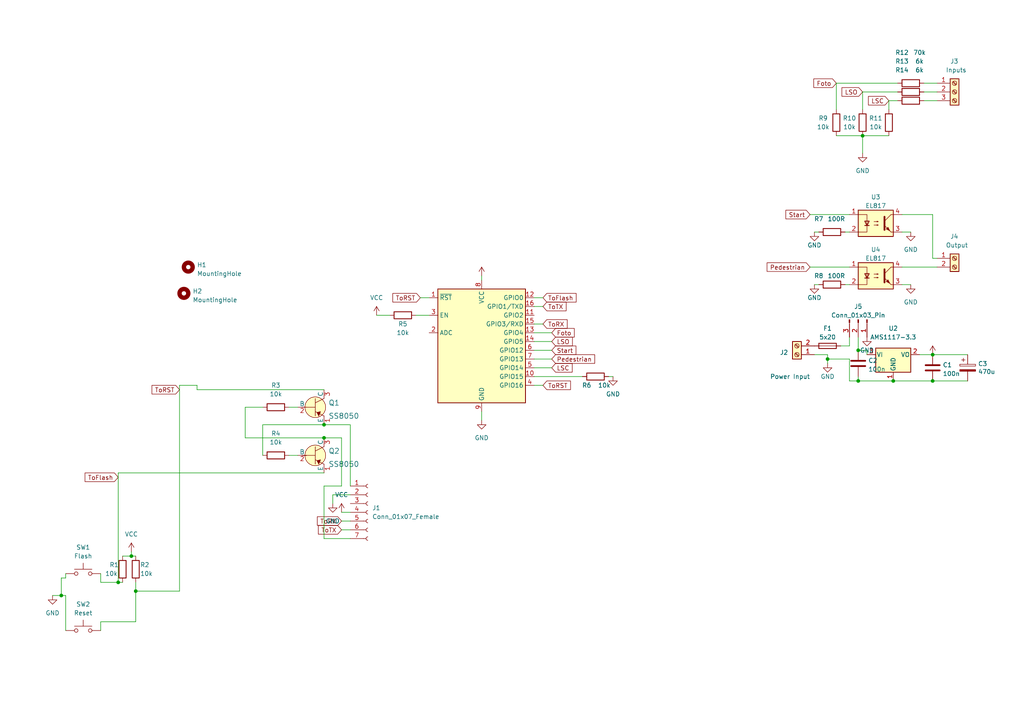
<source format=kicad_sch>
(kicad_sch (version 20230121) (generator eeschema)
  (paper "A4")
  (lib_symbols
    (symbol "Connector:Conn_01x03_Pin" (pin_names (offset 1.016) hide)
      (property "Reference" "J" (at 0 5.08 0))
      (property "Value" "Conn_01x03_Pin" (at 0 -5.08 0))
      (symbol "Conn_01x03_Pin_1_1"
        (polyline (pts (xy 1.27 -2.54) (xy 0.8636 -2.54)) (stroke (width 0.1524)))
        (polyline (pts (xy 1.27 0) (xy 0.8636 0)) (stroke (width 0.1524)))
        (polyline (pts (xy 1.27 2.54) (xy 0.8636 2.54)) (stroke (width 0.1524)))
        (rectangle (start 0.8636 -2.413) (end 0 -2.667) (stroke (width 0.1524)) (fill (type outline)))
        (rectangle (start 0.8636 0.127) (end 0 -0.127) (stroke (width 0.1524)) (fill (type outline)))
        (rectangle (start 0.8636 2.667) (end 0 2.413) (stroke (width 0.1524)) (fill (type outline)))
        (pin passive line (at 5.08 2.54 180) (length 3.81) (name "Pin_1") (number "1"))
        (pin passive line (at 5.08 0 180) (length 3.81) (name "Pin_2") (number "2"))
        (pin passive line (at 5.08 -2.54 180) (length 3.81) (name "Pin_3") (number "3"))
      )
    )
    (symbol "Connector:Conn_01x07_Female" (pin_names (offset 1.016) hide)
      (property "Reference" "J" (at 0 10.16 0))
      (property "Value" "Conn_01x07_Female" (at 0 -10.16 0))
      (symbol "Conn_01x07_Female_1_1"
        (arc (start 0 -7.112) (mid -0.5058 -7.62) (end 0 -8.128) (stroke (width 0.1524)))
        (arc (start 0 -4.572) (mid -0.5058 -5.08) (end 0 -5.588) (stroke (width 0.1524)))
        (arc (start 0 -2.032) (mid -0.5058 -2.54) (end 0 -3.048) (stroke (width 0.1524)))
        (polyline (pts (xy -1.27 -7.62) (xy -0.508 -7.62)) (stroke (width 0.1524)))
        (polyline (pts (xy -1.27 -5.08) (xy -0.508 -5.08)) (stroke (width 0.1524)))
        (polyline (pts (xy -1.27 -2.54) (xy -0.508 -2.54)) (stroke (width 0.1524)))
        (polyline (pts (xy -1.27 0) (xy -0.508 0)) (stroke (width 0.1524)))
        (polyline (pts (xy -1.27 2.54) (xy -0.508 2.54)) (stroke (width 0.1524)))
        (polyline (pts (xy -1.27 5.08) (xy -0.508 5.08)) (stroke (width 0.1524)))
        (polyline (pts (xy -1.27 7.62) (xy -0.508 7.62)) (stroke (width 0.1524)))
        (arc (start 0 0.508) (mid -0.5058 0) (end 0 -0.508) (stroke (width 0.1524)))
        (arc (start 0 3.048) (mid -0.5058 2.54) (end 0 2.032) (stroke (width 0.1524)))
        (arc (start 0 5.588) (mid -0.5058 5.08) (end 0 4.572) (stroke (width 0.1524)))
        (arc (start 0 8.128) (mid -0.5058 7.62) (end 0 7.112) (stroke (width 0.1524)))
        (pin passive line (at -5.08 7.62 0) (length 3.81) (name "Pin_1") (number "1"))
        (pin passive line (at -5.08 5.08 0) (length 3.81) (name "Pin_2") (number "2"))
        (pin passive line (at -5.08 2.54 0) (length 3.81) (name "Pin_3") (number "3"))
        (pin passive line (at -5.08 0 0) (length 3.81) (name "Pin_4") (number "4"))
        (pin passive line (at -5.08 -2.54 0) (length 3.81) (name "Pin_5") (number "5"))
        (pin passive line (at -5.08 -5.08 0) (length 3.81) (name "Pin_6") (number "6"))
        (pin passive line (at -5.08 -7.62 0) (length 3.81) (name "Pin_7") (number "7"))
      )
    )
    (symbol "Connector:Screw_Terminal_01x02" (pin_names (offset 1.016) hide)
      (property "Reference" "J" (at 0 2.54 0))
      (property "Value" "Screw_Terminal_01x02" (at 0 -5.08 0))
      (symbol "Screw_Terminal_01x02_1_1"
        (rectangle (start -1.27 1.27) (end 1.27 -3.81) (stroke (width 0.254)) (fill (type background)))
        (circle (center 0 -2.54) (radius 0.635) (stroke (width 0.1524)))
        (polyline (pts (xy -0.5334 -2.2098) (xy 0.3302 -3.048)) (stroke (width 0.1524)))
        (polyline (pts (xy -0.5334 0.3302) (xy 0.3302 -0.508)) (stroke (width 0.1524)))
        (polyline (pts (xy -0.3556 -2.032) (xy 0.508 -2.8702)) (stroke (width 0.1524)))
        (polyline (pts (xy -0.3556 0.508) (xy 0.508 -0.3302)) (stroke (width 0.1524)))
        (circle (center 0 0) (radius 0.635) (stroke (width 0.1524)))
        (pin passive line (at -5.08 0 0) (length 3.81) (name "Pin_1") (number "1"))
        (pin passive line (at -5.08 -2.54 0) (length 3.81) (name "Pin_2") (number "2"))
      )
    )
    (symbol "Connector:Screw_Terminal_01x03" (pin_names (offset 1.016) hide)
      (property "Reference" "J" (at 0 5.08 0))
      (property "Value" "Screw_Terminal_01x03" (at 0 -5.08 0))
      (symbol "Screw_Terminal_01x03_1_1"
        (rectangle (start -1.27 3.81) (end 1.27 -3.81) (stroke (width 0.254)) (fill (type background)))
        (circle (center 0 -2.54) (radius 0.635) (stroke (width 0.1524)))
        (polyline (pts (xy -0.5334 -2.2098) (xy 0.3302 -3.048)) (stroke (width 0.1524)))
        (polyline (pts (xy -0.5334 0.3302) (xy 0.3302 -0.508)) (stroke (width 0.1524)))
        (polyline (pts (xy -0.5334 2.8702) (xy 0.3302 2.032)) (stroke (width 0.1524)))
        (polyline (pts (xy -0.3556 -2.032) (xy 0.508 -2.8702)) (stroke (width 0.1524)))
        (polyline (pts (xy -0.3556 0.508) (xy 0.508 -0.3302)) (stroke (width 0.1524)))
        (polyline (pts (xy -0.3556 3.048) (xy 0.508 2.2098)) (stroke (width 0.1524)))
        (circle (center 0 0) (radius 0.635) (stroke (width 0.1524)))
        (circle (center 0 2.54) (radius 0.635) (stroke (width 0.1524)))
        (pin passive line (at -5.08 2.54 0) (length 3.81) (name "Pin_1") (number "1"))
        (pin passive line (at -5.08 0 0) (length 3.81) (name "Pin_2") (number "2"))
        (pin passive line (at -5.08 -2.54 0) (length 3.81) (name "Pin_3") (number "3"))
      )
    )
    (symbol "Device:C" (pin_numbers hide) (pin_names (offset 0.254))
      (property "Reference" "C" (at 0.635 2.54 0))
      (property "Value" "C" (at 0.635 -2.54 0))
      (symbol "C_0_1"
        (polyline (pts (xy -2.032 -0.762) (xy 2.032 -0.762)) (stroke (width 0.508)))
        (polyline (pts (xy -2.032 0.762) (xy 2.032 0.762)) (stroke (width 0.508)))
      )
      (symbol "C_1_1"
        (pin passive line (at 0 3.81 270) (length 2.794) (name "~") (number "1"))
        (pin passive line (at 0 -3.81 90) (length 2.794) (name "~") (number "2"))
      )
    )
    (symbol "Device:Fuse" (pin_numbers hide) (pin_names (offset 0))
      (property "Reference" "F" (at 2.032 0 90))
      (property "Value" "Fuse" (at -1.905 0 90))
      (symbol "Fuse_0_1"
        (rectangle (start -0.762 -2.54) (end 0.762 2.54) (stroke (width 0.254)))
        (polyline (pts (xy 0 2.54) (xy 0 -2.54)))
      )
      (symbol "Fuse_1_1"
        (pin passive line (at 0 3.81 270) (length 1.27) (name "~") (number "1"))
        (pin passive line (at 0 -3.81 90) (length 1.27) (name "~") (number "2"))
      )
    )
    (symbol "Device:R" (pin_numbers hide) (pin_names (offset 0))
      (property "Reference" "R" (at 2.032 0 90))
      (property "Value" "R" (at 0 0 90))
      (symbol "R_0_1"
        (rectangle (start -1.016 -2.54) (end 1.016 2.54) (stroke (width 0.254)))
      )
      (symbol "R_1_1"
        (pin passive line (at 0 3.81 270) (length 1.27) (name "~") (number "1"))
        (pin passive line (at 0 -3.81 90) (length 1.27) (name "~") (number "2"))
      )
    )
    (symbol "Isolator:EL817" (pin_names (offset 1.016))
      (property "Reference" "U" (at -5.08 5.08 0))
      (property "Value" "EL817" (at 0 5.08 0))
      (symbol "EL817_0_1"
        (rectangle (start -5.08 3.81) (end 5.08 -3.81) (stroke (width 0.254)) (fill (type background)))
        (polyline (pts (xy -3.175 -0.635) (xy -1.905 -0.635)) (stroke (width 0.254)))
        (polyline (pts (xy 2.54 0.635) (xy 4.445 2.54)))
        (polyline (pts (xy 4.445 -2.54) (xy 2.54 -0.635)) (fill (type outline)))
        (polyline (pts (xy 4.445 -2.54) (xy 5.08 -2.54)))
        (polyline (pts (xy 4.445 2.54) (xy 5.08 2.54)))
        (polyline (pts (xy -5.08 2.54) (xy -2.54 2.54) (xy -2.54 -0.635)))
        (polyline (pts (xy -2.54 -0.635) (xy -2.54 -2.54) (xy -5.08 -2.54)))
        (polyline (pts (xy 2.54 1.905) (xy 2.54 -1.905) (xy 2.54 -1.905)) (stroke (width 0.508)))
        (polyline (pts (xy -2.54 -0.635) (xy -3.175 0.635) (xy -1.905 0.635) (xy -2.54 -0.635)) (stroke (width 0.254)))
        (polyline (pts (xy -0.508 -0.508) (xy 0.762 -0.508) (xy 0.381 -0.635) (xy 0.381 -0.381) (xy 0.762 -0.508)))
        (polyline (pts (xy -0.508 0.508) (xy 0.762 0.508) (xy 0.381 0.381) (xy 0.381 0.635) (xy 0.762 0.508)))
        (polyline (pts (xy 3.048 -1.651) (xy 3.556 -1.143) (xy 4.064 -2.159) (xy 3.048 -1.651) (xy 3.048 -1.651)) (fill (type outline)))
      )
      (symbol "EL817_1_1"
        (pin passive line (at -7.62 2.54 0) (length 2.54) (name "~") (number "1"))
        (pin passive line (at -7.62 -2.54 0) (length 2.54) (name "~") (number "2"))
        (pin passive line (at 7.62 -2.54 180) (length 2.54) (name "~") (number "3"))
        (pin passive line (at 7.62 2.54 180) (length 2.54) (name "~") (number "4"))
      )
    )
    (symbol "Mechanical:MountingHole" (pin_names (offset 1.016))
      (property "Reference" "H" (at 0 5.08 0))
      (property "Value" "MountingHole" (at 0 3.175 0))
      (symbol "MountingHole_0_1"
        (circle (center 0 0) (radius 1.27) (stroke (width 1.27)))
      )
    )
    (symbol "RF_Module:ESP-07"
      (property "Reference" "U" (at -12.7 19.05 0))
      (property "Value" "ESP-07" (at 12.7 19.05 0))
      (symbol "ESP-07_0_1"
        (rectangle (start -12.7 17.78) (end 12.7 -15.24) (stroke (width 0.254)) (fill (type background)))
      )
      (symbol "ESP-07_1_1"
        (pin input line (at -15.24 15.24 0) (length 2.54) (name "~{RST}") (number "1"))
        (pin bidirectional line (at 15.24 -7.62 180) (length 2.54) (name "GPIO15") (number "10"))
        (pin bidirectional line (at 15.24 10.16 180) (length 2.54) (name "GPIO2") (number "11"))
        (pin bidirectional line (at 15.24 15.24 180) (length 2.54) (name "GPIO0") (number "12"))
        (pin bidirectional line (at 15.24 5.08 180) (length 2.54) (name "GPIO4") (number "13"))
        (pin bidirectional line (at 15.24 2.54 180) (length 2.54) (name "GPIO5") (number "14"))
        (pin bidirectional line (at 15.24 7.62 180) (length 2.54) (name "GPIO3/RXD") (number "15"))
        (pin bidirectional line (at 15.24 12.7 180) (length 2.54) (name "GPIO1/TXD") (number "16"))
        (pin input line (at -15.24 5.08 0) (length 2.54) (name "ADC") (number "2"))
        (pin input line (at -15.24 10.16 0) (length 2.54) (name "EN") (number "3"))
        (pin bidirectional line (at 15.24 -10.16 180) (length 2.54) (name "GPIO16") (number "4"))
        (pin bidirectional line (at 15.24 -5.08 180) (length 2.54) (name "GPIO14") (number "5"))
        (pin bidirectional line (at 15.24 0 180) (length 2.54) (name "GPIO12") (number "6"))
        (pin bidirectional line (at 15.24 -2.54 180) (length 2.54) (name "GPIO13") (number "7"))
        (pin power_in line (at 0 20.32 270) (length 2.54) (name "VCC") (number "8"))
        (pin power_in line (at 0 -17.78 90) (length 2.54) (name "GND") (number "9"))
      )
    )
    (symbol "Regulator_Linear:AMS1117-3.3" (pin_names (offset 0.254))
      (property "Reference" "U" (at -3.81 3.175 0))
      (property "Value" "AMS1117-3.3" (at 0 3.175 0))
      (symbol "AMS1117-3.3_0_1"
        (rectangle (start -5.08 -5.08) (end 5.08 1.905) (stroke (width 0.254)) (fill (type background)))
      )
      (symbol "AMS1117-3.3_1_1"
        (pin power_in line (at 0 -7.62 90) (length 2.54) (name "GND") (number "1"))
        (pin power_out line (at 7.62 0 180) (length 2.54) (name "VO") (number "2"))
        (pin power_in line (at -7.62 0 0) (length 2.54) (name "VI") (number "3"))
      )
    )
    (symbol "Switch:SW_Push" (pin_numbers hide) (pin_names (offset 1.016) hide)
      (property "Reference" "SW" (at 1.27 2.54 0))
      (property "Value" "SW_Push" (at 0 -1.524 0))
      (symbol "SW_Push_0_1"
        (circle (center -2.032 0) (radius 0.508))
        (polyline (pts (xy 0 1.27) (xy 0 3.048)))
        (polyline (pts (xy 2.54 1.27) (xy -2.54 1.27)))
        (circle (center 2.032 0) (radius 0.508))
        (pin passive line (at -5.08 0 0) (length 2.54) (name "1") (number "1"))
        (pin passive line (at 5.08 0 180) (length 2.54) (name "2") (number "2"))
      )
    )
    (symbol "display_board-rescue:CP-Device" (pin_numbers hide) (pin_names (offset 0.254))
      (property "Reference" "C" (at 0.635 2.54 0))
      (property "Value" "CP-Device" (at 0.635 -2.54 0))
      (symbol "CP-Device_0_1"
        (rectangle (start -2.286 0.508) (end 2.286 1.016))
        (polyline (pts (xy -1.778 2.286) (xy -0.762 2.286)))
        (polyline (pts (xy -1.27 2.794) (xy -1.27 1.778)))
        (rectangle (start 2.286 -0.508) (end -2.286 -1.016) (fill (type outline)))
      )
      (symbol "CP-Device_1_1"
        (pin passive line (at 0 3.81 270) (length 2.794) (name "~") (number "1"))
        (pin passive line (at 0 -3.81 90) (length 2.794) (name "~") (number "2"))
      )
    )
    (symbol "dk_Transistors-Bipolar-BJT-Single:2N2222" (pin_names (offset 0))
      (property "Reference" "Q" (at -2.3876 3.9116 0))
      (property "Value" "2N2222" (at 5.08 0 90))
      (symbol "2N2222_0_1"
        (polyline (pts (xy -3.81 0) (xy -2.54 0)))
        (polyline (pts (xy -3.556 0) (xy 0 0)))
        (polyline (pts (xy 0 -1.27) (xy 2.54 -2.54)))
        (polyline (pts (xy 0 1.27) (xy 2.54 2.54)))
        (polyline (pts (xy 0 2.54) (xy 0 -2.54)))
        (polyline (pts (xy 1.016 2.54) (xy 0.508 1.524) (xy 1.524 1.27) (xy 1.016 2.54)) (fill (type outline)))
        (circle (center 0 0) (radius 2.9972) (fill (type background)))
      )
      (symbol "2N2222_1_1"
        (pin passive line (at 2.54 5.08 270) (length 2.54) (name "E") (number "1"))
        (pin input line (at -5.08 0 0) (length 2.54) (name "B") (number "2"))
        (pin passive line (at 2.54 -5.08 90) (length 2.54) (name "C") (number "3"))
      )
    )
    (symbol "power:GND" (power) (pin_names (offset 0))
      (property "Value" "GND" (at 0 -3.81 0))
      (symbol "GND_0_1"
        (polyline (pts (xy 0 0) (xy 0 -1.27) (xy 1.27 -1.27) (xy 0 -2.54) (xy -1.27 -1.27) (xy 0 -1.27)))
      )
      (symbol "GND_1_1"
        (pin power_in line (at 0 0 270) (length 0) hide (name "GND") (number "1"))
      )
    )
    (symbol "power:VCC" (power) (pin_names (offset 0))
      (property "Value" "VCC" (at 0 3.81 0))
      (symbol "VCC_0_1"
        (polyline (pts (xy -0.762 1.27) (xy 0 2.54)))
        (polyline (pts (xy 0 0) (xy 0 2.54)))
        (polyline (pts (xy 0 2.54) (xy 0.762 1.27)))
      )
      (symbol "VCC_1_1"
        (pin power_in line (at 0 0 90) (length 0) hide (name "VCC") (number "1"))
      )
    )
  )
  (junction (at 248.92 101.6))
  (junction (at 259.08 110.49))
  (junction (at 270.51 110.49))
  (junction (at 17.78 172.72))
  (junction (at 93.98 123.19))
  (junction (at 38.1 161.29))
  (junction (at 34.29 168.91))
  (junction (at 39.37 171.45))
  (junction (at 240.03 104.14))
  (junction (at 270.51 102.87))
  (junction (at 248.92 110.49))
  (junction (at 250.19 39.37))
  (junction (at 93.98 127))
  (wire (pts (xy 246.38 110.49) (xy 246.38 104.14)))
  (wire (pts (xy 240.03 105.41) (xy 240.03 104.14)))
  (wire (pts (xy 76.2 118.11) (xy 71.12 118.11)))
  (wire (pts (xy 101.6 123.19) (xy 101.6 140.97)))
  (wire (pts (xy 270.51 102.87) (xy 280.67 102.87)))
  (wire (pts (xy 52.07 111.76) (xy 52.07 171.45)))
  (wire (pts (xy 251.46 101.6) (xy 251.46 102.87)))
  (wire (pts (xy 99.06 140.97) (xy 93.98 140.97)))
  (wire (pts (xy 154.94 101.6) (xy 160.02 101.6)))
  (wire (pts (xy 139.7 119.38) (xy 139.7 121.92)))
  (wire (pts (xy 246.38 100.33) (xy 246.38 97.79)))
  (wire (pts (xy 234.95 62.23) (xy 246.38 62.23)))
  (wire (pts (xy 250.19 39.37) (xy 250.19 44.45)))
  (wire (pts (xy 154.94 109.22) (xy 168.91 109.22)))
  (wire (pts (xy 259.08 110.49) (xy 270.51 110.49)))
  (wire (pts (xy 154.94 104.14) (xy 160.02 104.14)))
  (wire (pts (xy 267.97 26.67) (xy 271.78 26.67)))
  (wire (pts (xy 93.98 137.16) (xy 34.29 137.16)))
  (wire (pts (xy 38.1 161.29) (xy 39.37 161.29)))
  (wire (pts (xy 15.24 172.72) (xy 17.78 172.72)))
  (wire (pts (xy 250.19 39.37) (xy 257.81 39.37)))
  (wire (pts (xy 248.92 110.49) (xy 246.38 110.49)))
  (wire (pts (xy 257.81 29.21) (xy 260.35 29.21)))
  (wire (pts (xy 71.12 127) (xy 93.98 127)))
  (wire (pts (xy 154.94 88.9) (xy 157.48 88.9)))
  (wire (pts (xy 242.57 24.13) (xy 260.35 24.13)))
  (wire (pts (xy 248.92 101.6) (xy 248.92 97.79)))
  (wire (pts (xy 34.29 168.91) (xy 35.56 168.91)))
  (wire (pts (xy 121.92 86.36) (xy 124.46 86.36)))
  (wire (pts (xy 101.6 156.21) (xy 93.98 156.21)))
  (wire (pts (xy 76.2 123.19) (xy 93.98 123.19)))
  (wire (pts (xy 257.81 31.75) (xy 257.81 29.21)))
  (wire (pts (xy 261.62 77.47) (xy 271.78 77.47)))
  (wire (pts (xy 101.6 151.13) (xy 99.06 151.13)))
  (wire (pts (xy 250.19 26.67) (xy 250.19 31.75)))
  (wire (pts (xy 57.15 111.76) (xy 52.07 111.76)))
  (wire (pts (xy 261.62 62.23) (xy 270.51 62.23)))
  (wire (pts (xy 240.03 102.87) (xy 236.22 102.87)))
  (wire (pts (xy 39.37 180.34) (xy 29.21 180.34)))
  (wire (pts (xy 57.15 113.03) (xy 93.98 113.03)))
  (wire (pts (xy 154.94 106.68) (xy 160.02 106.68)))
  (wire (pts (xy 245.11 67.31) (xy 246.38 67.31)))
  (wire (pts (xy 248.92 109.22) (xy 248.92 110.49)))
  (wire (pts (xy 246.38 104.14) (xy 240.03 104.14)))
  (wire (pts (xy 154.94 111.76) (xy 157.48 111.76)))
  (wire (pts (xy 261.62 82.55) (xy 264.16 82.55)))
  (wire (pts (xy 101.6 143.51) (xy 96.52 143.51)))
  (wire (pts (xy 270.51 110.49) (xy 280.67 110.49)))
  (wire (pts (xy 19.05 166.37) (xy 19.05 167.64)))
  (wire (pts (xy 83.82 118.11) (xy 86.36 118.11)))
  (wire (pts (xy 154.94 99.06) (xy 160.02 99.06)))
  (wire (pts (xy 236.22 67.31) (xy 237.49 67.31)))
  (wire (pts (xy 93.98 123.19) (xy 101.6 123.19)))
  (wire (pts (xy 237.49 82.55) (xy 236.22 82.55)))
  (wire (pts (xy 93.98 140.97) (xy 93.98 156.21)))
  (wire (pts (xy 99.06 153.67) (xy 101.6 153.67)))
  (wire (pts (xy 109.22 91.44) (xy 113.03 91.44)))
  (wire (pts (xy 39.37 171.45) (xy 39.37 168.91)))
  (wire (pts (xy 234.95 77.47) (xy 246.38 77.47)))
  (wire (pts (xy 242.57 24.13) (xy 242.57 31.75)))
  (wire (pts (xy 71.12 118.11) (xy 71.12 127)))
  (wire (pts (xy 243.84 100.33) (xy 246.38 100.33)))
  (wire (pts (xy 29.21 166.37) (xy 29.21 168.91)))
  (wire (pts (xy 267.97 29.21) (xy 271.78 29.21)))
  (wire (pts (xy 266.7 102.87) (xy 270.51 102.87)))
  (wire (pts (xy 154.94 86.36) (xy 157.48 86.36)))
  (wire (pts (xy 35.56 161.29) (xy 38.1 161.29)))
  (wire (pts (xy 242.57 39.37) (xy 250.19 39.37)))
  (wire (pts (xy 240.03 104.14) (xy 240.03 102.87)))
  (wire (pts (xy 251.46 101.6) (xy 248.92 101.6)))
  (wire (pts (xy 154.94 96.52) (xy 160.02 96.52)))
  (wire (pts (xy 29.21 180.34) (xy 29.21 182.88)))
  (wire (pts (xy 177.8 109.22) (xy 176.53 109.22)))
  (wire (pts (xy 120.65 91.44) (xy 124.46 91.44)))
  (wire (pts (xy 270.51 62.23) (xy 270.51 74.93)))
  (wire (pts (xy 19.05 172.72) (xy 19.05 182.88)))
  (wire (pts (xy 17.78 172.72) (xy 17.78 167.64)))
  (wire (pts (xy 261.62 67.31) (xy 264.16 67.31)))
  (wire (pts (xy 57.15 111.76) (xy 57.15 113.03)))
  (wire (pts (xy 29.21 168.91) (xy 34.29 168.91)))
  (wire (pts (xy 99.06 148.59) (xy 101.6 148.59)))
  (wire (pts (xy 99.06 127) (xy 99.06 140.97)))
  (wire (pts (xy 267.97 24.13) (xy 271.78 24.13)))
  (wire (pts (xy 270.51 74.93) (xy 271.78 74.93)))
  (wire (pts (xy 250.19 26.67) (xy 260.35 26.67)))
  (wire (pts (xy 259.08 110.49) (xy 248.92 110.49)))
  (wire (pts (xy 19.05 172.72) (xy 17.78 172.72)))
  (wire (pts (xy 39.37 171.45) (xy 52.07 171.45)))
  (wire (pts (xy 154.94 93.98) (xy 157.48 93.98)))
  (wire (pts (xy 83.82 132.08) (xy 86.36 132.08)))
  (wire (pts (xy 38.1 160.02) (xy 38.1 161.29)))
  (wire (pts (xy 245.11 82.55) (xy 246.38 82.55)))
  (wire (pts (xy 139.7 80.01) (xy 139.7 81.28)))
  (wire (pts (xy 96.52 143.51) (xy 96.52 146.05)))
  (wire (pts (xy 39.37 180.34) (xy 39.37 171.45)))
  (wire (pts (xy 34.29 137.16) (xy 34.29 168.91)))
  (wire (pts (xy 93.98 127) (xy 99.06 127)))
  (wire (pts (xy 76.2 132.08) (xy 76.2 123.19)))
  (wire (pts (xy 17.78 167.64) (xy 19.05 167.64)))
  (global_label "ToRX" (shape input) (at 99.06 151.13 180) (property "Intersheetrefs" "${INTERSHEET_REFS}" (effects hide)))
  (global_label "LSC" (shape input) (at 160.02 106.68 0) (property "Intersheetrefs" "${INTERSHEET_REFS}" (effects hide)))
  (global_label "Start" (shape input) (at 160.02 101.6 0) (property "Intersheetrefs" "${INTERSHEET_REFS}" (effects hide)))
  (global_label "Pedestrian" (shape input) (at 234.95 77.47 180) (property "Intersheetrefs" "${INTERSHEET_REFS}" (effects hide)))
  (global_label "LSC" (shape input) (at 257.81 29.21 180) (property "Intersheetrefs" "${INTERSHEET_REFS}" (effects hide)))
  (global_label "Foto" (shape input) (at 242.57 24.13 180) (property "Intersheetrefs" "${INTERSHEET_REFS}" (effects hide)))
  (global_label "Foto" (shape input) (at 160.02 96.52 0) (property "Intersheetrefs" "${INTERSHEET_REFS}" (effects hide)))
  (global_label "Start" (shape input) (at 234.95 62.23 180) (property "Intersheetrefs" "${INTERSHEET_REFS}" (effects hide)))
  (global_label "LSO" (shape input) (at 250.19 26.67 180) (property "Intersheetrefs" "${INTERSHEET_REFS}" (effects hide)))
  (global_label "ToRST" (shape input) (at 121.92 86.36 180) (property "Intersheetrefs" "${INTERSHEET_REFS}" (effects hide)))
  (global_label "ToTX" (shape input) (at 157.48 88.9 0) (property "Intersheetrefs" "${INTERSHEET_REFS}" (effects hide)))
  (global_label "Pedestrian" (shape input) (at 160.02 104.14 0) (property "Intersheetrefs" "${INTERSHEET_REFS}" (effects hide)))
  (global_label "ToRX" (shape input) (at 157.48 93.98 0) (property "Intersheetrefs" "${INTERSHEET_REFS}" (effects hide)))
  (global_label "ToFlash" (shape input) (at 157.48 86.36 0) (property "Intersheetrefs" "${INTERSHEET_REFS}" (effects hide)))
  (global_label "ToFlash" (shape input) (at 34.29 138.43 180) (property "Intersheetrefs" "${INTERSHEET_REFS}" (effects hide)))
  (global_label "ToTX" (shape input) (at 99.06 153.67 180) (property "Intersheetrefs" "${INTERSHEET_REFS}" (effects hide)))
  (global_label "ToRST" (shape input) (at 157.48 111.76 0) (property "Intersheetrefs" "${INTERSHEET_REFS}" (effects hide)))
  (global_label "LSO" (shape input) (at 160.02 99.06 0) (property "Intersheetrefs" "${INTERSHEET_REFS}" (effects hide)))
  (global_label "ToRST" (shape input) (at 52.07 113.03 180) (property "Intersheetrefs" "${INTERSHEET_REFS}" (effects hide)))
  (symbol (lib_id "power:VCC") (at 139.7 80.01 0) (unit 1)
    (property "Reference" "#PWR06" (effects hide))
    (property "Value" "VCC" (effects hide))
  )
  (symbol (lib_id "power:GND") (at 240.03 105.41 0) (unit 1)
    (property "Reference" "#PWR014" (effects hide))
    (property "Value" "GND" (at 240.03 109.22 0))
  )
  (symbol (lib_id "Connector:Conn_01x07_Female") (at 106.68 148.59 0) (unit 1)
    (property "Reference" "J1" (at 107.95 147.3199 0) (effects (justify left)))
    (property "Value" "Conn_01x07_Female" (at 107.95 149.8599 0) (effects (justify left)))
    (property "Footprint" "Connector_PinHeader_2.54mm:PinHeader_1x07_P2.54mm_Vertical" (effects hide))
  )
  (symbol (lib_id "Connector:Screw_Terminal_01x02") (at 276.86 74.93 0) (unit 1)
    (property "Reference" "J4" (at 275.59 68.58 0) (effects (justify left)))
    (property "Value" "Output" (at 274.32 71.12 0) (effects (justify left)))
    (property "Footprint" "TerminalBlock:TerminalBlock_Altech_AK300-2_P5.00mm" (effects hide))
  )
  (symbol (lib_id "power:VCC") (at 270.51 102.87 0) (unit 1)
    (property "Reference" "#PWR015" (effects hide))
    (property "Value" "VCC" (effects hide))
  )
  (symbol (lib_id "Device:R") (at 116.84 91.44 270) (unit 1)
    (property "Reference" "R5" (at 116.84 93.98 90))
    (property "Value" "10k" (at 116.84 96.52 90))
    (property "Footprint" "Resistor_THT:R_Axial_DIN0207_L6.3mm_D2.5mm_P10.16mm_Horizontal" (effects hide))
  )
  (symbol (lib_id "Device:R") (at 80.01 132.08 90) (unit 1)
    (property "Reference" "R4" (at 80.01 125.73 90))
    (property "Value" "10k" (at 80.01 128.27 90))
    (property "Footprint" "Resistor_THT:R_Axial_DIN0207_L6.3mm_D2.5mm_P10.16mm_Horizontal" (effects hide))
  )
  (symbol (lib_id "Device:R") (at 241.3 67.31 270) (unit 1)
    (property "Reference" "R7" (at 237.49 63.5 90))
    (property "Value" "100R" (at 242.57 63.5 90))
    (property "Footprint" "Resistor_THT:R_Axial_DIN0207_L6.3mm_D2.5mm_P10.16mm_Horizontal" (effects hide))
  )
  (symbol (lib_id "Mechanical:MountingHole") (at 53.34 85.09 0) (unit 1)
    (property "Reference" "H2" (at 55.88 84.455 0) (effects (justify left)))
    (property "Value" "MountingHole" (at 55.88 86.995 0) (effects (justify left)))
    (property "Footprint" "MountingHole:MountingHole_3mm" (effects hide))
  )
  (symbol (lib_id "dk_Transistors-Bipolar-BJT-Single:2N2222") (at 91.44 118.11 0) (mirror x) (unit 1)
    (property "Reference" "Q1" (at 95.25 116.84 0) (effects (font (size 1.524 1.524)) (justify left)))
    (property "Value" "SS8050" (at 95.25 120.65 0) (effects (font (size 1.524 1.524)) (justify left)))
    (property "Footprint" "Package_TO_SOT_THT:TO-92L_Inline_Wide" (effects hide))
    (property "Datasheet" "https://my.centralsemi.com/get_document.php?cmp=1&mergetype=pd&mergepath=pd&pdf_id=2N2221.PDF" (effects hide))
    (property "Digi-Key_PN" "2N2222CS-ND" (effects hide))
    (property "MPN" "2N2222" (effects hide))
    (property "Category" "Discrete Semiconductor Products" (effects hide))
    (property "Family" "Transistors - Bipolar (BJT) - Single" (effects hide))
    (property "DK_Datasheet_Link" "https://my.centralsemi.com/get_document.php?cmp=1&mergetype=pd&mergepath=pd&pdf_id=2N2221.PDF" (effects hide))
    (property "DK_Detail_Page" "/product-detail/en/central-semiconductor-corp/2N2222/2N2222CS-ND/4806844" (effects hide))
    (property "Description" "TRANS NPN 30V 0.8A TO-18" (effects hide))
    (property "Manufacturer" "Central Semiconductor Corp" (effects hide))
    (property "Status" "Active" (effects hide))
  )
  (symbol (lib_id "Device:R") (at 264.16 29.21 270) (unit 1)
    (property "Reference" "R14" (at 261.62 20.32 90))
    (property "Value" "6k" (at 266.7 20.32 90))
    (property "Footprint" "Resistor_THT:R_Axial_DIN0207_L6.3mm_D2.5mm_P10.16mm_Horizontal" (effects hide))
  )
  (symbol (lib_id "power:GND") (at 251.46 97.79 0) (unit 1)
    (property "Reference" "#PWR016" (effects hide))
    (property "Value" "GND" (at 251.46 101.6 0))
  )
  (symbol (lib_id "power:GND") (at 236.22 82.55 0) (unit 1)
    (property "Reference" "#PWR010" (effects hide))
    (property "Value" "GND" (at 236.22 86.36 0))
  )
  (symbol (lib_id "power:GND") (at 236.22 67.31 0) (unit 1)
    (property "Reference" "#PWR09" (effects hide))
    (property "Value" "GND" (at 236.22 71.12 0))
  )
  (symbol (lib_id "Device:C") (at 248.92 105.41 0) (unit 1)
    (property "Reference" "C2" (at 251.841 104.5753 0) (effects (justify left)))
    (property "Value" "100n" (at 251.841 107.1122 0) (effects (justify left)))
    (property "Footprint" "Capacitor_THT:C_Disc_D4.3mm_W1.9mm_P5.00mm" (effects hide))
  )
  (symbol (lib_id "RF_Module:ESP-07") (at 139.7 101.6 0) (unit 1)
    (property "Reference" "U1" (effects hide))
    (property "Value" "ESP-07" (effects hide))
    (property "Footprint" "RF_Module:ESP-07" (effects hide))
    (property "Datasheet" "http://wiki.ai-thinker.com/_media/esp8266/esp8266_series_modules_user_manual_v1.1.pdf" (effects hide))
  )
  (symbol (lib_id "display_board-rescue:CP-Device") (at 280.67 106.68 0) (unit 1)
    (property "Reference" "C3" (at 283.6672 105.5116 0) (effects (justify left)))
    (property "Value" "470u" (at 283.6672 107.823 0) (effects (justify left)))
    (property "Footprint" "Capacitor_THT:CP_Radial_D8.0mm_P3.80mm" (effects hide))
  )
  (symbol (lib_id "Device:R") (at 80.01 118.11 90) (unit 1)
    (property "Reference" "R3" (at 80.01 111.76 90))
    (property "Value" "10k" (at 80.01 114.3 90))
    (property "Footprint" "Resistor_THT:R_Axial_DIN0207_L6.3mm_D2.5mm_P10.16mm_Horizontal" (effects hide))
  )
  (symbol (lib_id "Mechanical:MountingHole") (at 54.61 77.47 0) (unit 1)
    (property "Reference" "H1" (at 57.15 76.835 0) (effects (justify left)))
    (property "Value" "MountingHole" (at 57.15 79.375 0) (effects (justify left)))
    (property "Footprint" "MountingHole:MountingHole_3mm" (effects hide))
  )
  (symbol (lib_id "power:VCC") (at 109.22 91.44 0) (unit 1)
    (property "Reference" "#PWR05" (effects hide))
    (property "Value" "VCC" (at 109.22 86.36 0))
  )
  (symbol (lib_id "Device:R") (at 257.81 35.56 0) (unit 1)
    (property "Reference" "R11" (at 254 34.29 0))
    (property "Value" "10k" (at 254 36.83 0))
    (property "Footprint" "Resistor_THT:R_Axial_DIN0207_L6.3mm_D2.5mm_P10.16mm_Horizontal" (effects hide))
  )
  (symbol (lib_id "power:GND") (at 177.8 109.22 0) (unit 1)
    (property "Reference" "#PWR08" (effects hide))
    (property "Value" "GND" (at 177.8 114.3 0))
  )
  (symbol (lib_id "power:GND") (at 264.16 67.31 0) (unit 1)
    (property "Reference" "#PWR012" (effects hide))
    (property "Value" "GND" (at 264.16 72.39 0))
  )
  (symbol (lib_id "Device:C") (at 270.51 106.68 0) (unit 1)
    (property "Reference" "C1" (at 273.431 105.8453 0) (effects (justify left)))
    (property "Value" "100n" (at 273.431 108.3822 0) (effects (justify left)))
    (property "Footprint" "Capacitor_THT:C_Disc_D4.3mm_W1.9mm_P5.00mm" (effects hide))
  )
  (symbol (lib_id "Device:R") (at 242.57 35.56 180) (unit 1)
    (property "Reference" "R9" (at 238.76 34.29 0))
    (property "Value" "10k" (at 238.76 36.83 0))
    (property "Footprint" "Resistor_THT:R_Axial_DIN0207_L6.3mm_D2.5mm_P10.16mm_Horizontal" (effects hide))
  )
  (symbol (lib_id "power:GND") (at 250.19 44.45 0) (unit 1)
    (property "Reference" "#PWR011" (effects hide))
    (property "Value" "GND" (at 250.19 49.53 0))
  )
  (symbol (lib_id "Device:R") (at 264.16 24.13 270) (unit 1)
    (property "Reference" "R12" (at 261.62 15.24 90))
    (property "Value" "70k" (at 266.7 15.24 90))
    (property "Footprint" "Resistor_THT:R_Axial_DIN0207_L6.3mm_D2.5mm_P10.16mm_Horizontal" (effects hide))
  )
  (symbol (lib_id "Device:R") (at 172.72 109.22 90) (unit 1)
    (property "Reference" "R6" (at 170.18 111.76 90))
    (property "Value" "10k" (at 175.26 111.76 90))
    (property "Footprint" "Resistor_THT:R_Axial_DIN0207_L6.3mm_D2.5mm_P10.16mm_Horizontal" (effects hide))
  )
  (symbol (lib_id "Device:R") (at 241.3 82.55 270) (unit 1)
    (property "Reference" "R8" (at 237.49 80.01 90))
    (property "Value" "100R" (at 242.57 80.01 90))
    (property "Footprint" "Resistor_THT:R_Axial_DIN0207_L6.3mm_D2.5mm_P10.16mm_Horizontal" (effects hide))
  )
  (symbol (lib_id "Device:R") (at 35.56 165.1 0) (unit 1)
    (property "Reference" "R1" (at 31.75 163.83 0) (effects (justify left)))
    (property "Value" "10k" (at 30.48 166.37 0) (effects (justify left)))
    (property "Footprint" "Resistor_THT:R_Axial_DIN0207_L6.3mm_D2.5mm_P10.16mm_Horizontal" (effects hide))
  )
  (symbol (lib_id "Regulator_Linear:AMS1117-3.3") (at 259.08 102.87 0) (unit 1)
    (property "Reference" "U2" (at 259.08 95.25 0))
    (property "Value" "AMS1117-3.3" (at 259.08 97.79 0))
    (property "Footprint" "Package_TO_SOT_SMD:SOT-223-3_TabPin2" (effects hide))
    (property "Datasheet" "http://www.advanced-monolithic.com/pdf/ds1117.pdf" (effects hide))
  )
  (symbol (lib_id "power:VCC") (at 99.06 148.59 0) (unit 1)
    (property "Reference" "#PWR04" (effects hide))
    (property "Value" "VCC" (at 99.06 143.51 0))
  )
  (symbol (lib_id "Device:Fuse") (at 240.03 100.33 90) (unit 1)
    (property "Reference" "F1" (at 240.03 95.25 90))
    (property "Value" "5x20" (at 240.03 97.79 90))
    (property "Footprint" "MyComponents:Fuseholder_Cylinder-5x20mm_Stelvio-Kontek_PTF76_Horizontal_Open" (effects hide))
  )
  (symbol (lib_id "power:GND") (at 264.16 82.55 0) (unit 1)
    (property "Reference" "#PWR013" (effects hide))
    (property "Value" "GND" (at 264.16 87.63 0))
  )
  (symbol (lib_id "Device:R") (at 264.16 26.67 270) (unit 1)
    (property "Reference" "R13" (at 261.62 17.78 90))
    (property "Value" "6k" (at 266.7 17.78 90))
    (property "Footprint" "Resistor_THT:R_Axial_DIN0207_L6.3mm_D2.5mm_P10.16mm_Horizontal" (effects hide))
  )
  (symbol (lib_id "Connector:Conn_01x03_Pin") (at 248.92 92.71 270) (unit 1)
    (property "Reference" "J5" (at 248.92 88.9 90))
    (property "Value" "Conn_01x03_Pin" (at 248.92 91.44 90))
    (property "Footprint" "Connector_PinHeader_2.54mm:PinHeader_1x03_P2.54mm_Vertical" (effects hide))
  )
  (symbol (lib_id "Switch:SW_Push") (at 24.13 182.88 0) (unit 1)
    (property "Reference" "SW2" (at 24.13 175.26 0))
    (property "Value" "Reset" (at 24.13 177.8 0))
    (property "Footprint" "Button_Switch_THT:SW_PUSH_6mm" (effects hide))
  )
  (symbol (lib_id "Device:R") (at 39.37 165.1 0) (unit 1)
    (property "Reference" "R2" (at 40.64 163.83 0) (effects (justify left)))
    (property "Value" "10k" (at 40.64 166.37 0) (effects (justify left)))
    (property "Footprint" "Resistor_THT:R_Axial_DIN0207_L6.3mm_D2.5mm_P10.16mm_Horizontal" (effects hide))
  )
  (symbol (lib_id "dk_Transistors-Bipolar-BJT-Single:2N2222") (at 91.44 132.08 0) (mirror x) (unit 1)
    (property "Reference" "Q2" (at 95.25 130.81 0) (effects (font (size 1.524 1.524)) (justify left)))
    (property "Value" "SS8050" (at 95.25 134.62 0) (effects (font (size 1.524 1.524)) (justify left)))
    (property "Footprint" "Package_TO_SOT_THT:TO-92L_Inline_Wide" (effects hide))
    (property "Datasheet" "https://my.centralsemi.com/get_document.php?cmp=1&mergetype=pd&mergepath=pd&pdf_id=2N2221.PDF" (effects hide))
    (property "Digi-Key_PN" "2N2222CS-ND" (effects hide))
    (property "MPN" "2N2222" (effects hide))
    (property "Category" "Discrete Semiconductor Products" (effects hide))
    (property "Family" "Transistors - Bipolar (BJT) - Single" (effects hide))
    (property "DK_Datasheet_Link" "https://my.centralsemi.com/get_document.php?cmp=1&mergetype=pd&mergepath=pd&pdf_id=2N2221.PDF" (effects hide))
    (property "DK_Detail_Page" "/product-detail/en/central-semiconductor-corp/2N2222/2N2222CS-ND/4806844" (effects hide))
    (property "Description" "TRANS NPN 30V 0.8A TO-18" (effects hide))
    (property "Manufacturer" "Central Semiconductor Corp" (effects hide))
    (property "Status" "Active" (effects hide))
  )
  (symbol (lib_id "power:VCC") (at 38.1 160.02 0) (unit 1)
    (property "Reference" "#PWR02" (effects hide))
    (property "Value" "VCC" (at 38.1 154.94 0))
  )
  (symbol (lib_id "Isolator:EL817") (at 254 64.77 0) (unit 1)
    (property "Reference" "U3" (at 254 57.15 0))
    (property "Value" "EL817" (at 254 59.69 0))
    (property "Footprint" "Package_DIP:DIP-4_W7.62mm" (effects hide))
    (property "Datasheet" "http://www.everlight.com/file/ProductFile/EL817.pdf" (effects hide))
  )
  (symbol (lib_id "Switch:SW_Push") (at 24.13 166.37 0) (unit 1)
    (property "Reference" "SW1" (at 24.13 158.75 0))
    (property "Value" "Flash" (at 24.13 161.29 0))
    (property "Footprint" "Button_Switch_THT:SW_PUSH_6mm" (effects hide))
  )
  (symbol (lib_id "power:GND") (at 15.24 172.72 0) (unit 1)
    (property "Reference" "#PWR01" (effects hide))
    (property "Value" "GND" (at 15.24 177.8 0))
  )
  (symbol (lib_id "power:GND") (at 96.52 146.05 0) (unit 1)
    (property "Reference" "#PWR03" (effects hide))
    (property "Value" "GND" (at 96.52 151.13 0))
  )
  (symbol (lib_id "Connector:Screw_Terminal_01x03") (at 276.86 26.67 0) (unit 1)
    (property "Reference" "J3" (at 275.59 17.78 0) (effects (justify left)))
    (property "Value" "Inputs" (at 274.32 20.32 0) (effects (justify left)))
    (property "Footprint" "TerminalBlock:TerminalBlock_Altech_AK300-3_P5.00mm" (effects hide))
  )
  (symbol (lib_id "Isolator:EL817") (at 254 80.01 0) (unit 1)
    (property "Reference" "U4" (at 254 72.39 0))
    (property "Value" "EL817" (at 254 74.93 0))
    (property "Footprint" "Package_DIP:DIP-4_W7.62mm" (effects hide))
    (property "Datasheet" "http://www.everlight.com/file/ProductFile/EL817.pdf" (effects hide))
  )
  (symbol (lib_id "power:GND") (at 139.7 121.92 0) (unit 1)
    (property "Reference" "#PWR07" (effects hide))
    (property "Value" "GND" (at 139.7 127 0))
  )
  (symbol (lib_id "Device:R") (at 250.19 35.56 0) (unit 1)
    (property "Reference" "R10" (at 246.38 34.29 0))
    (property "Value" "10k" (at 246.38 36.83 0))
    (property "Footprint" "Resistor_THT:R_Axial_DIN0207_L6.3mm_D2.5mm_P10.16mm_Horizontal" (effects hide))
  )
  (symbol (lib_id "Connector:Screw_Terminal_01x02") (at 231.14 102.87 180) (unit 1)
    (property "Reference" "J2" (at 228.6 102.235 0) (effects (justify left)))
    (property "Value" "Power Input" (at 234.95 109.22 0) (effects (justify left)))
    (property "Footprint" "TerminalBlock:TerminalBlock_Altech_AK300-2_P5.00mm" (effects hide))
  )
)
</source>
